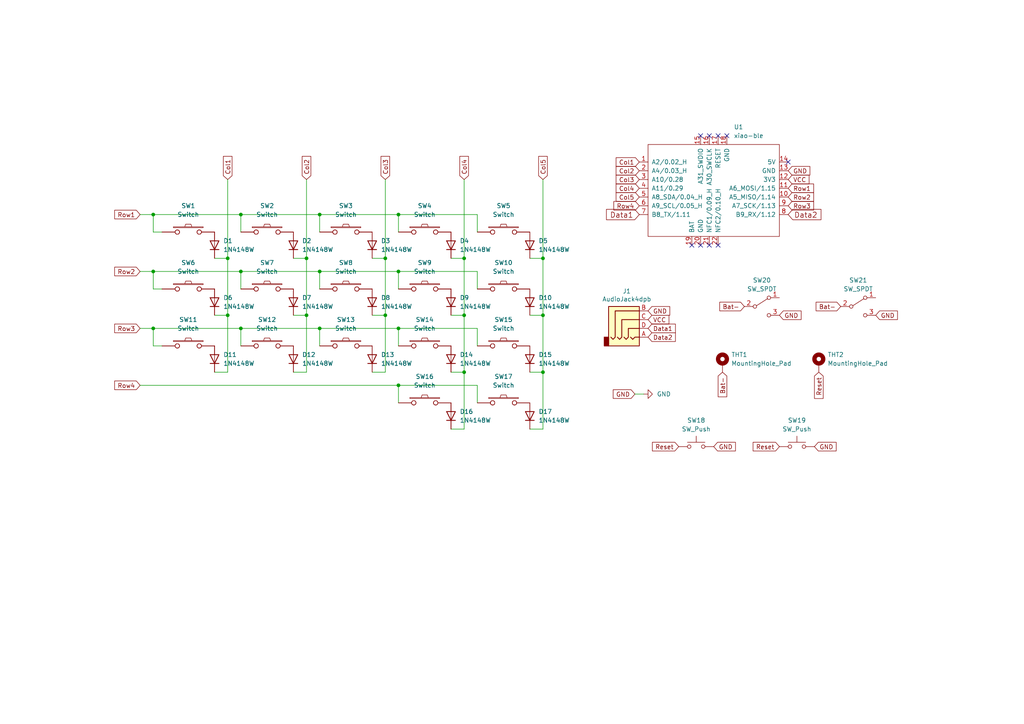
<source format=kicad_sch>
(kicad_sch (version 20211123) (generator eeschema)
  (paper "A4")
  (lib_symbols
    (symbol "Diode:1N4148W" (pin_numbers hide) (pin_names (offset 1.016) hide)
      (property "Reference" "D" (at 0 2.54 0))
      (property "Value" "1N4148W" (at 0 -2.54 0))
      (symbol "1N4148W_0_1"
        (polyline (pts (xy -1.27 1.27) (xy -1.27 -1.27)) (stroke (width 0.254)))
        (polyline (pts (xy 1.27 0) (xy -1.27 0)))
        (polyline (pts (xy 1.27 1.27) (xy 1.27 -1.27) (xy -1.27 0) (xy 1.27 1.27)) (stroke (width 0.254)))
      )
      (symbol "1N4148W_1_1"
        (pin passive line (at -3.81 0 0) (length 2.54) (name "K") (number "1"))
        (pin passive line (at 3.81 0 180) (length 2.54) (name "A") (number "2"))
      )
    )
    (symbol "Mechanical:MountingHole_Pad" (pin_numbers hide) (pin_names (offset 1.016) hide)
      (property "Reference" "H" (at 0 6.35 0))
      (property "Value" "MountingHole_Pad" (at 0 4.445 0))
      (symbol "MountingHole_Pad_0_1"
        (circle (center 0 1.27) (radius 1.27) (stroke (width 1.27)))
      )
      (symbol "MountingHole_Pad_1_1"
        (pin input line (at 0 -2.54 90) (length 2.54) (name "1") (number "1"))
      )
    )
    (symbol "Switch:SW_Push" (pin_numbers hide) (pin_names (offset 1.016) hide)
      (property "Reference" "SW" (at 1.27 2.54 0))
      (property "Value" "SW_Push" (at 0 -1.524 0))
      (symbol "SW_Push_0_1"
        (circle (center -2.032 0) (radius 0.508))
        (polyline (pts (xy 0 1.27) (xy 0 3.048)))
        (polyline (pts (xy 2.54 1.27) (xy -2.54 1.27)))
        (circle (center 2.032 0) (radius 0.508))
        (pin passive line (at -5.08 0 0) (length 2.54) (name "1") (number "1"))
        (pin passive line (at 5.08 0 180) (length 2.54) (name "2") (number "2"))
      )
    )
    (symbol "Switch:SW_SPDT" (pin_names (offset 0) hide)
      (property "Reference" "SW" (at 0 4.318 0))
      (property "Value" "SW_SPDT" (at 0 -5.08 0))
      (symbol "SW_SPDT_0_0"
        (circle (center -2.032 0) (radius 0.508))
        (circle (center 2.032 -2.54) (radius 0.508))
      )
      (symbol "SW_SPDT_0_1"
        (polyline (pts (xy -1.524 0.254) (xy 1.651 2.286)))
        (circle (center 2.032 2.54) (radius 0.508))
      )
      (symbol "SW_SPDT_1_1"
        (pin passive line (at 5.08 2.54 180) (length 2.54) (name "A") (number "1"))
        (pin passive line (at -5.08 0 0) (length 2.54) (name "B") (number "2"))
        (pin passive line (at 5.08 -2.54 180) (length 2.54) (name "C") (number "3"))
      )
    )
    (symbol "power:GND" (power) (pin_names (offset 0))
      (property "Value" "GND" (at 0 -3.81 0))
      (symbol "GND_0_1"
        (polyline (pts (xy 0 0) (xy 0 -1.27) (xy 1.27 -1.27) (xy 0 -2.54) (xy -1.27 -1.27) (xy 0 -1.27)))
      )
      (symbol "GND_1_1"
        (pin power_in line (at 0 0 270) (length 0) hide (name "GND") (number "1"))
      )
    )
    (symbol "smores:Switch" (pin_numbers hide) (pin_names (offset 1.016) hide)
      (property "Reference" "SW" (at 3.81 2.794 0))
      (property "Value" "Switch" (at 0 -2.032 0))
      (symbol "Switch_0_1"
        (rectangle (start -4.318 1.27) (end 4.318 1.524))
        (polyline (pts (xy -1.016 1.524) (xy -0.762 2.286) (xy 0.762 2.286) (xy 1.016 1.524)))
        (pin passive inverted (at -7.62 0 0) (length 5.08) (name "1") (number "1"))
        (pin passive inverted (at 7.62 0 180) (length 5.08) (name "2") (number "2"))
      )
    )
    (symbol "tokas_bp:AudioJack4dpb"
      (property "Reference" "J" (at 0 8.89 0))
      (property "Value" "tokas_bp_AudioJack4dpb" (at 0 6.35 0))
      (symbol "AudioJack4dpb_0_1"
        (rectangle (start -6.35 -5.08) (end -7.62 -7.62) (stroke (width 0.254)) (fill (type outline)))
        (polyline (pts (xy 0 -5.08) (xy 0.635 -5.715) (xy 1.27 -5.08) (xy 2.54 -5.08)) (stroke (width 0.254)))
        (polyline (pts (xy -5.715 -5.08) (xy -5.08 -5.715) (xy -4.445 -5.08) (xy -4.445 2.54) (xy 2.54 2.54)) (stroke (width 0.254)))
        (polyline (pts (xy -1.905 -5.08) (xy -1.27 -5.715) (xy -0.635 -5.08) (xy -0.635 -2.54) (xy 2.54 -2.54)) (stroke (width 0.254)))
        (polyline (pts (xy 2.54 0) (xy -2.54 0) (xy -2.54 -5.08) (xy -3.175 -5.715) (xy -3.81 -5.08)) (stroke (width 0.254)))
        (rectangle (start 2.54 3.81) (end -6.35 -7.62) (stroke (width 0.254)) (fill (type background)))
      )
      (symbol "AudioJack4dpb_1_1"
        (pin passive line (at 5.08 -5.08 180) (length 2.54) (name "~") (number "A"))
        (pin passive line (at 5.08 2.54 180) (length 2.54) (name "~") (number "B"))
        (pin passive line (at 5.08 0 180) (length 2.54) (name "~") (number "C"))
        (pin passive line (at 5.08 -2.54 180) (length 2.54) (name "~") (number "D"))
      )
    )
    (symbol "xiao:xiao-ble" (pin_names (offset 1.016))
      (property "Reference" "U" (at -17.78 16.51 0))
      (property "Value" "xiao-ble" (at -15.24 13.97 0))
      (symbol "xiao-ble_0_1"
        (rectangle (start -19.05 12.7) (end 19.05 -13.97))
      )
      (symbol "xiao-ble_1_1"
        (pin bidirectional line (at -21.59 7.62 0) (length 2.54) (name "A2/0.02_H") (number "1"))
        (pin bidirectional line (at 21.59 -2.54 180) (length 2.54) (name "A5_MISO/1.14") (number "10"))
        (pin bidirectional line (at 21.59 0 180) (length 2.54) (name "A6_MOSI/1.15") (number "11"))
        (pin power_out line (at 21.59 2.54 180) (length 2.54) (name "3V3") (number "12"))
        (pin power_out line (at 21.59 5.08 180) (length 2.54) (name "GND") (number "13"))
        (pin power_out line (at 21.59 7.62 180) (length 2.54) (name "5V") (number "14"))
        (pin input line (at -3.81 15.24 270) (length 2.54) (name "A31_SWDIO") (number "15"))
        (pin input line (at -1.27 15.24 270) (length 2.54) (name "A30_SWCLK") (number "16"))
        (pin input line (at 1.27 15.24 270) (length 2.54) (name "RESET") (number "17"))
        (pin power_out line (at 3.81 15.24 270) (length 2.54) (name "GND") (number "18"))
        (pin bidirectional line (at -6.35 -16.51 90) (length 2.54) (name "BAT") (number "19"))
        (pin bidirectional line (at -21.59 5.08 0) (length 2.54) (name "A4/0.03_H") (number "2"))
        (pin power_out line (at -3.81 -16.51 90) (length 2.54) (name "GND") (number "20"))
        (pin bidirectional line (at -1.27 -16.51 90) (length 2.54) (name "NFC1/0.09_H") (number "21"))
        (pin bidirectional line (at 1.27 -16.51 90) (length 2.54) (name "NFC2/0.10_H") (number "22"))
        (pin bidirectional line (at -21.59 2.54 0) (length 2.54) (name "A10/0.28") (number "3"))
        (pin bidirectional line (at -21.59 0 0) (length 2.54) (name "A11/0.29") (number "4"))
        (pin bidirectional line (at -21.59 -2.54 0) (length 2.54) (name "A8_SDA/0.04_H") (number "5"))
        (pin bidirectional line (at -21.59 -5.08 0) (length 2.54) (name "A9_SCL/0.05_H") (number "6"))
        (pin bidirectional line (at -21.59 -7.62 0) (length 2.54) (name "B8_TX/1.11") (number "7"))
        (pin bidirectional line (at 21.59 -7.62 180) (length 2.54) (name "B9_RX/1.12") (number "8"))
        (pin bidirectional line (at 21.59 -5.08 180) (length 2.54) (name "A7_SCK/1.13") (number "9"))
      )
    )
  )
  (junction (at 92.71 95.25))
  (junction (at 157.48 91.44))
  (junction (at 157.48 107.95))
  (junction (at 92.71 78.74))
  (junction (at 44.45 95.25))
  (junction (at 44.45 78.74))
  (junction (at 88.9 91.44))
  (junction (at 69.85 78.74))
  (junction (at 88.9 74.93))
  (junction (at 69.85 62.23))
  (junction (at 134.62 74.93))
  (junction (at 115.57 78.74))
  (junction (at 111.76 91.44))
  (junction (at 66.04 74.93))
  (junction (at 115.57 62.23))
  (junction (at 69.85 95.25))
  (junction (at 134.62 107.95))
  (junction (at 44.45 62.23))
  (junction (at 115.57 95.25))
  (junction (at 115.57 111.76))
  (junction (at 134.62 91.44))
  (junction (at 111.76 74.93))
  (junction (at 157.48 74.93))
  (junction (at 92.71 62.23))
  (junction (at 66.04 91.44))
  (no_connect (at 205.74 71.12))
  (no_connect (at 208.28 71.12))
  (no_connect (at 205.74 39.37))
  (no_connect (at 203.2 39.37))
  (no_connect (at 208.28 39.37))
  (no_connect (at 210.82 39.37))
  (no_connect (at 200.66 71.12))
  (no_connect (at 203.2 71.12))
  (no_connect (at 228.6 46.99))
  (wire (pts (xy 44.45 62.23) (xy 44.45 67.31)))
  (wire (pts (xy 62.23 107.95) (xy 66.04 107.95)))
  (wire (pts (xy 115.57 95.25) (xy 115.57 100.33)))
  (wire (pts (xy 138.43 62.23) (xy 138.43 67.31)))
  (wire (pts (xy 115.57 78.74) (xy 138.43 78.74)))
  (wire (pts (xy 66.04 52.07) (xy 66.04 74.93)))
  (wire (pts (xy 44.45 62.23) (xy 69.85 62.23)))
  (wire (pts (xy 40.64 111.76) (xy 115.57 111.76)))
  (wire (pts (xy 115.57 111.76) (xy 115.57 116.84)))
  (wire (pts (xy 138.43 111.76) (xy 138.43 116.84)))
  (wire (pts (xy 107.95 74.93) (xy 111.76 74.93)))
  (wire (pts (xy 46.99 100.33) (xy 44.45 100.33)))
  (wire (pts (xy 134.62 52.07) (xy 134.62 74.93)))
  (wire (pts (xy 69.85 78.74) (xy 69.85 83.82)))
  (wire (pts (xy 44.45 67.31) (xy 46.99 67.31)))
  (wire (pts (xy 62.23 74.93) (xy 66.04 74.93)))
  (wire (pts (xy 69.85 95.25) (xy 69.85 100.33)))
  (wire (pts (xy 153.67 107.95) (xy 157.48 107.95)))
  (wire (pts (xy 138.43 95.25) (xy 138.43 100.33)))
  (wire (pts (xy 69.85 62.23) (xy 92.71 62.23)))
  (wire (pts (xy 157.48 52.07) (xy 157.48 74.93)))
  (wire (pts (xy 92.71 78.74) (xy 115.57 78.74)))
  (wire (pts (xy 157.48 124.46) (xy 153.67 124.46)))
  (wire (pts (xy 44.45 95.25) (xy 69.85 95.25)))
  (wire (pts (xy 157.48 91.44) (xy 157.48 107.95)))
  (wire (pts (xy 40.64 95.25) (xy 44.45 95.25)))
  (wire (pts (xy 134.62 91.44) (xy 134.62 107.95)))
  (wire (pts (xy 115.57 78.74) (xy 115.57 83.82)))
  (wire (pts (xy 44.45 100.33) (xy 44.45 95.25)))
  (wire (pts (xy 44.45 78.74) (xy 69.85 78.74)))
  (wire (pts (xy 69.85 78.74) (xy 92.71 78.74)))
  (wire (pts (xy 88.9 91.44) (xy 88.9 107.95)))
  (wire (pts (xy 115.57 62.23) (xy 138.43 62.23)))
  (wire (pts (xy 66.04 91.44) (xy 66.04 107.95)))
  (wire (pts (xy 88.9 52.07) (xy 88.9 74.93)))
  (wire (pts (xy 157.48 107.95) (xy 157.48 124.46)))
  (wire (pts (xy 130.81 91.44) (xy 134.62 91.44)))
  (wire (pts (xy 40.64 62.23) (xy 44.45 62.23)))
  (wire (pts (xy 44.45 83.82) (xy 46.99 83.82)))
  (wire (pts (xy 111.76 52.07) (xy 111.76 74.93)))
  (wire (pts (xy 92.71 95.25) (xy 115.57 95.25)))
  (wire (pts (xy 107.95 91.44) (xy 111.76 91.44)))
  (wire (pts (xy 92.71 62.23) (xy 92.71 67.31)))
  (wire (pts (xy 85.09 107.95) (xy 88.9 107.95)))
  (wire (pts (xy 66.04 74.93) (xy 66.04 91.44)))
  (wire (pts (xy 157.48 74.93) (xy 157.48 91.44)))
  (wire (pts (xy 153.67 91.44) (xy 157.48 91.44)))
  (wire (pts (xy 44.45 78.74) (xy 44.45 83.82)))
  (wire (pts (xy 111.76 74.93) (xy 111.76 91.44)))
  (wire (pts (xy 134.62 107.95) (xy 134.62 124.46)))
  (wire (pts (xy 92.71 95.25) (xy 92.71 100.33)))
  (wire (pts (xy 130.81 74.93) (xy 134.62 74.93)))
  (wire (pts (xy 88.9 74.93) (xy 88.9 91.44)))
  (wire (pts (xy 115.57 95.25) (xy 138.43 95.25)))
  (wire (pts (xy 107.95 107.95) (xy 111.76 107.95)))
  (wire (pts (xy 69.85 62.23) (xy 69.85 67.31)))
  (wire (pts (xy 184.15 114.3) (xy 186.69 114.3)))
  (wire (pts (xy 92.71 78.74) (xy 92.71 83.82)))
  (wire (pts (xy 134.62 124.46) (xy 130.81 124.46)))
  (wire (pts (xy 153.67 74.93) (xy 157.48 74.93)))
  (wire (pts (xy 134.62 74.93) (xy 134.62 91.44)))
  (wire (pts (xy 85.09 74.93) (xy 88.9 74.93)))
  (wire (pts (xy 62.23 91.44) (xy 66.04 91.44)))
  (wire (pts (xy 92.71 62.23) (xy 115.57 62.23)))
  (wire (pts (xy 69.85 95.25) (xy 92.71 95.25)))
  (wire (pts (xy 138.43 78.74) (xy 138.43 83.82)))
  (wire (pts (xy 130.81 107.95) (xy 134.62 107.95)))
  (wire (pts (xy 115.57 62.23) (xy 115.57 67.31)))
  (wire (pts (xy 40.64 78.74) (xy 44.45 78.74)))
  (wire (pts (xy 85.09 91.44) (xy 88.9 91.44)))
  (wire (pts (xy 115.57 111.76) (xy 138.43 111.76)))
  (wire (pts (xy 111.76 91.44) (xy 111.76 107.95)))
  (global_label "Col1" (shape input) (at 185.42 46.99 180) (property "Intersheet References" "${INTERSHEET_REFS}" (effects hide)))
  (global_label "Data2" (shape input) (at 228.6 62.23 0) (effects (font (size 1.524 1.524))) (property "Intersheet References" "${INTERSHEET_REFS}" (effects hide)))
  (global_label "GND" (shape input) (at 207.01 129.54 0) (property "Intersheet References" "${INTERSHEET_REFS}" (effects hide)))
  (global_label "GND" (shape input) (at 254 91.44 0) (property "Intersheet References" "${INTERSHEET_REFS}" (effects hide)))
  (global_label "VCC" (shape input) (at 228.6 52.07 0) (property "Intersheet References" "${INTERSHEET_REFS}" (effects hide)))
  (global_label "Col3" (shape input) (at 111.76 52.07 90) (property "Intersheet References" "${INTERSHEET_REFS}" (effects hide)))
  (global_label "Col5" (shape input) (at 157.48 52.07 90) (property "Intersheet References" "${INTERSHEET_REFS}" (effects hide)))
  (global_label "Row1" (shape input) (at 228.6 54.61 0) (property "Intersheet References" "${INTERSHEET_REFS}" (effects hide)))
  (global_label "Row2" (shape input) (at 40.64 78.74 180) (property "Intersheet References" "${INTERSHEET_REFS}" (effects hide)))
  (global_label "Bat-" (shape input) (at 209.55 107.95 270) (property "Intersheet References" "${INTERSHEET_REFS}" (effects hide)))
  (global_label "GND" (shape input) (at 226.06 91.44 0) (property "Intersheet References" "${INTERSHEET_REFS}" (effects hide)))
  (global_label "Row3" (shape input) (at 228.6 59.69 0) (property "Intersheet References" "${INTERSHEET_REFS}" (effects hide)))
  (global_label "Row1" (shape input) (at 40.64 62.23 180) (property "Intersheet References" "${INTERSHEET_REFS}" (effects hide)))
  (global_label "Data1" (shape input) (at 187.96 95.25 0) (property "Intersheet References" "${INTERSHEET_REFS}" (effects hide)))
  (global_label "Col5" (shape input) (at 185.42 57.15 180) (property "Intersheet References" "${INTERSHEET_REFS}" (effects hide)))
  (global_label "Col2" (shape input) (at 185.42 49.53 180) (property "Intersheet References" "${INTERSHEET_REFS}" (effects hide)))
  (global_label "Col4" (shape input) (at 134.62 52.07 90) (property "Intersheet References" "${INTERSHEET_REFS}" (effects hide)))
  (global_label "Col4" (shape input) (at 185.42 54.61 180) (property "Intersheet References" "${INTERSHEET_REFS}" (effects hide)))
  (global_label "Col1" (shape input) (at 66.04 52.07 90) (property "Intersheet References" "${INTERSHEET_REFS}" (effects hide)))
  (global_label "Data2" (shape input) (at 187.96 97.79 0) (property "Intersheet References" "${INTERSHEET_REFS}" (effects hide)))
  (global_label "GND" (shape input) (at 187.96 90.17 0) (property "Intersheet References" "${INTERSHEET_REFS}" (effects hide)))
  (global_label "Row2" (shape input) (at 228.6 57.15 0) (property "Intersheet References" "${INTERSHEET_REFS}" (effects hide)))
  (global_label "Bat-" (shape input) (at 243.84 88.9 180) (property "Intersheet References" "${INTERSHEET_REFS}" (effects hide)))
  (global_label "Row3" (shape input) (at 40.64 95.25 180) (property "Intersheet References" "${INTERSHEET_REFS}" (effects hide)))
  (global_label "Reset" (shape input) (at 196.85 129.54 180) (property "Intersheet References" "${INTERSHEET_REFS}" (effects hide)))
  (global_label "Reset" (shape input) (at 237.49 107.95 270) (property "Intersheet References" "${INTERSHEET_REFS}" (effects hide)))
  (global_label "Reset" (shape input) (at 226.06 129.54 180) (property "Intersheet References" "${INTERSHEET_REFS}" (effects hide)))
  (global_label "Row4" (shape input) (at 40.64 111.76 180) (property "Intersheet References" "${INTERSHEET_REFS}" (effects hide)))
  (global_label "GND" (shape input) (at 228.6 49.53 0) (property "Intersheet References" "${INTERSHEET_REFS}" (effects hide)))
  (global_label "Row4" (shape input) (at 185.42 59.69 180) (property "Intersheet References" "${INTERSHEET_REFS}" (effects hide)))
  (global_label "Col2" (shape input) (at 88.9 52.07 90) (property "Intersheet References" "${INTERSHEET_REFS}" (effects hide)))
  (global_label "Col3" (shape input) (at 185.42 52.07 180) (property "Intersheet References" "${INTERSHEET_REFS}" (effects hide)))
  (global_label "Data1" (shape input) (at 185.42 62.23 180) (effects (font (size 1.524 1.524))) (property "Intersheet References" "${INTERSHEET_REFS}" (effects hide)))
  (global_label "GND" (shape input) (at 236.22 129.54 0) (property "Intersheet References" "${INTERSHEET_REFS}" (effects hide)))
  (global_label "GND" (shape input) (at 184.15 114.3 180) (property "Intersheet References" "${INTERSHEET_REFS}" (effects hide)))
  (global_label "VCC" (shape input) (at 187.96 92.71 0) (property "Intersheet References" "${INTERSHEET_REFS}" (effects hide)))
  (global_label "Bat-" (shape input) (at 215.9 88.9 180) (property "Intersheet References" "${INTERSHEET_REFS}" (effects hide)))
  (symbol (lib_id "Diode:1N4148W") (at 107.95 104.14 90) (unit 1)
    (property "Reference" "D13" (at 110.49 102.8699 90) (effects (justify right)))
    (property "Value" "1N4148W" (at 110.49 105.4099 90) (effects (justify right)))
    (property "Footprint" "footprints:smd-diode" (effects hide))
    (property "Datasheet" "https://www.vishay.com/docs/85748/1n4148w.pdf" (effects hide))
  )
  (symbol (lib_id "tokas_bp:AudioJack4dpb") (at 182.88 92.71 0) (unit 1)
    (property "Reference" "J1" (at 181.7878 84.455 0))
    (property "Value" "AudioJack4dpb" (at 181.7878 86.7664 0))
    (property "Footprint" "footprints:trrs" (effects hide))
  )
  (symbol (lib_id "smores:Switch") (at 100.33 100.33 0) (unit 1)
    (property "Reference" "SW13" (at 100.33 92.71 0))
    (property "Value" "Switch" (at 100.33 95.25 0))
    (property "Footprint" "footprints:choc-switch-socket-only" (effects hide))
  )
  (symbol (lib_id "Switch:SW_SPDT") (at 220.98 88.9 0) (unit 1)
    (property "Reference" "SW20" (at 220.98 81.28 0))
    (property "Value" "SW_SPDT" (at 220.98 83.82 0))
    (property "Footprint" "footprints:power-switch" (effects hide))
  )
  (symbol (lib_id "smores:Switch") (at 146.05 83.82 0) (unit 1)
    (property "Reference" "SW10" (at 146.05 76.2 0))
    (property "Value" "Switch" (at 146.05 78.74 0))
    (property "Footprint" "footprints:choc-switch-socket-only" (effects hide))
  )
  (symbol (lib_id "smores:Switch") (at 77.47 67.31 0) (unit 1)
    (property "Reference" "SW2" (at 77.47 59.69 0))
    (property "Value" "Switch" (at 77.47 62.23 0))
    (property "Footprint" "footprints:choc-switch-socket-only" (effects hide))
  )
  (symbol (lib_id "smores:Switch") (at 100.33 67.31 0) (unit 1)
    (property "Reference" "SW3" (at 100.33 59.69 0))
    (property "Value" "Switch" (at 100.33 62.23 0))
    (property "Footprint" "footprints:choc-switch-socket-only" (effects hide))
  )
  (symbol (lib_id "Diode:1N4148W") (at 153.67 87.63 90) (unit 1)
    (property "Reference" "D10" (at 156.21 86.3599 90) (effects (justify right)))
    (property "Value" "1N4148W" (at 156.21 88.8999 90) (effects (justify right)))
    (property "Footprint" "footprints:smd-diode" (effects hide))
    (property "Datasheet" "https://www.vishay.com/docs/85748/1n4148w.pdf" (effects hide))
  )
  (symbol (lib_id "smores:Switch") (at 123.19 116.84 0) (unit 1)
    (property "Reference" "SW16" (at 123.19 109.22 0))
    (property "Value" "Switch" (at 123.19 111.76 0))
    (property "Footprint" "footprints:choc-switch-socket-only" (effects hide))
  )
  (symbol (lib_id "Diode:1N4148W") (at 62.23 71.12 90) (unit 1)
    (property "Reference" "D1" (at 64.77 69.8499 90) (effects (justify right)))
    (property "Value" "1N4148W" (at 64.77 72.3899 90) (effects (justify right)))
    (property "Footprint" "footprints:smd-diode" (effects hide))
    (property "Datasheet" "https://www.vishay.com/docs/85748/1n4148w.pdf" (effects hide))
  )
  (symbol (lib_id "smores:Switch") (at 54.61 100.33 0) (unit 1)
    (property "Reference" "SW11" (at 54.61 92.71 0))
    (property "Value" "Switch" (at 54.61 95.25 0))
    (property "Footprint" "footprints:choc-switch-socket-only" (effects hide))
  )
  (symbol (lib_id "smores:Switch") (at 54.61 83.82 0) (unit 1)
    (property "Reference" "SW6" (at 54.61 76.2 0))
    (property "Value" "Switch" (at 54.61 78.74 0))
    (property "Footprint" "footprints:choc-switch-socket-only" (effects hide))
  )
  (symbol (lib_id "Diode:1N4148W") (at 62.23 104.14 90) (unit 1)
    (property "Reference" "D11" (at 64.77 102.8699 90) (effects (justify right)))
    (property "Value" "1N4148W" (at 64.77 105.4099 90) (effects (justify right)))
    (property "Footprint" "footprints:smd-diode" (effects hide))
    (property "Datasheet" "https://www.vishay.com/docs/85748/1n4148w.pdf" (effects hide))
  )
  (symbol (lib_id "smores:Switch") (at 146.05 100.33 0) (unit 1)
    (property "Reference" "SW15" (at 146.05 92.71 0))
    (property "Value" "Switch" (at 146.05 95.25 0))
    (property "Footprint" "footprints:choc-switch-socket-only" (effects hide))
  )
  (symbol (lib_id "Diode:1N4148W") (at 107.95 71.12 90) (unit 1)
    (property "Reference" "D3" (at 110.49 69.8499 90) (effects (justify right)))
    (property "Value" "1N4148W" (at 110.49 72.3899 90) (effects (justify right)))
    (property "Footprint" "footprints:smd-diode" (effects hide))
    (property "Datasheet" "https://www.vishay.com/docs/85748/1n4148w.pdf" (effects hide))
  )
  (symbol (lib_id "Diode:1N4148W") (at 85.09 71.12 90) (unit 1)
    (property "Reference" "D2" (at 87.63 69.8499 90) (effects (justify right)))
    (property "Value" "1N4148W" (at 87.63 72.3899 90) (effects (justify right)))
    (property "Footprint" "footprints:smd-diode" (effects hide))
    (property "Datasheet" "https://www.vishay.com/docs/85748/1n4148w.pdf" (effects hide))
  )
  (symbol (lib_id "Diode:1N4148W") (at 85.09 87.63 90) (unit 1)
    (property "Reference" "D7" (at 87.63 86.3599 90) (effects (justify right)))
    (property "Value" "1N4148W" (at 87.63 88.8999 90) (effects (justify right)))
    (property "Footprint" "footprints:smd-diode" (effects hide))
    (property "Datasheet" "https://www.vishay.com/docs/85748/1n4148w.pdf" (effects hide))
  )
  (symbol (lib_id "Mechanical:MountingHole_Pad") (at 237.49 105.41 0) (unit 1)
    (property "Reference" "THT2" (at 240.03 102.8699 0) (effects (justify left)))
    (property "Value" "MountingHole_Pad" (at 240.03 105.4099 0) (effects (justify left)))
    (property "Footprint" "footprints:single-pin" (effects hide))
  )
  (symbol (lib_id "smores:Switch") (at 100.33 83.82 0) (unit 1)
    (property "Reference" "SW8" (at 100.33 76.2 0))
    (property "Value" "Switch" (at 100.33 78.74 0))
    (property "Footprint" "footprints:choc-switch-socket-only" (effects hide))
  )
  (symbol (lib_id "smores:Switch") (at 54.61 67.31 0) (unit 1)
    (property "Reference" "SW1" (at 54.61 59.69 0))
    (property "Value" "Switch" (at 54.61 62.23 0))
    (property "Footprint" "footprints:choc-switch-socket-only" (effects hide))
  )
  (symbol (lib_id "Switch:SW_SPDT") (at 248.92 88.9 0) (unit 1)
    (property "Reference" "SW21" (at 248.92 81.28 0))
    (property "Value" "SW_SPDT" (at 248.92 83.82 0))
    (property "Footprint" "footprints:power-switch" (effects hide))
  )
  (symbol (lib_id "Diode:1N4148W") (at 130.81 71.12 90) (unit 1)
    (property "Reference" "D4" (at 133.35 69.8499 90) (effects (justify right)))
    (property "Value" "1N4148W" (at 133.35 72.3899 90) (effects (justify right)))
    (property "Footprint" "footprints:smd-diode" (effects hide))
    (property "Datasheet" "https://www.vishay.com/docs/85748/1n4148w.pdf" (effects hide))
  )
  (symbol (lib_id "Diode:1N4148W") (at 153.67 71.12 90) (unit 1)
    (property "Reference" "D5" (at 156.21 69.8499 90) (effects (justify right)))
    (property "Value" "1N4148W" (at 156.21 72.3899 90) (effects (justify right)))
    (property "Footprint" "footprints:smd-diode" (effects hide))
    (property "Datasheet" "https://www.vishay.com/docs/85748/1n4148w.pdf" (effects hide))
  )
  (symbol (lib_id "Diode:1N4148W") (at 153.67 104.14 90) (unit 1)
    (property "Reference" "D15" (at 156.21 102.8699 90) (effects (justify right)))
    (property "Value" "1N4148W" (at 156.21 105.4099 90) (effects (justify right)))
    (property "Footprint" "footprints:smd-diode" (effects hide))
    (property "Datasheet" "https://www.vishay.com/docs/85748/1n4148w.pdf" (effects hide))
  )
  (symbol (lib_id "Diode:1N4148W") (at 130.81 87.63 90) (unit 1)
    (property "Reference" "D9" (at 133.35 86.3599 90) (effects (justify right)))
    (property "Value" "1N4148W" (at 133.35 88.8999 90) (effects (justify right)))
    (property "Footprint" "footprints:smd-diode" (effects hide))
    (property "Datasheet" "https://www.vishay.com/docs/85748/1n4148w.pdf" (effects hide))
  )
  (symbol (lib_id "smores:Switch") (at 77.47 100.33 0) (unit 1)
    (property "Reference" "SW12" (at 77.47 92.71 0))
    (property "Value" "Switch" (at 77.47 95.25 0))
    (property "Footprint" "footprints:choc-switch-socket-only" (effects hide))
  )
  (symbol (lib_id "Diode:1N4148W") (at 130.81 120.65 90) (unit 1)
    (property "Reference" "D16" (at 133.35 119.3799 90) (effects (justify right)))
    (property "Value" "1N4148W" (at 133.35 121.9199 90) (effects (justify right)))
    (property "Footprint" "footprints:smd-diode" (effects hide))
    (property "Datasheet" "https://www.vishay.com/docs/85748/1n4148w.pdf" (effects hide))
  )
  (symbol (lib_id "Diode:1N4148W") (at 62.23 87.63 90) (unit 1)
    (property "Reference" "D6" (at 64.77 86.3599 90) (effects (justify right)))
    (property "Value" "1N4148W" (at 64.77 88.8999 90) (effects (justify right)))
    (property "Footprint" "footprints:smd-diode" (effects hide))
    (property "Datasheet" "https://www.vishay.com/docs/85748/1n4148w.pdf" (effects hide))
  )
  (symbol (lib_id "smores:Switch") (at 146.05 116.84 0) (unit 1)
    (property "Reference" "SW17" (at 146.05 109.22 0))
    (property "Value" "Switch" (at 146.05 111.76 0))
    (property "Footprint" "footprints:choc-switch-socket-only" (effects hide))
  )
  (symbol (lib_id "Diode:1N4148W") (at 130.81 104.14 90) (unit 1)
    (property "Reference" "D14" (at 133.35 102.8699 90) (effects (justify right)))
    (property "Value" "1N4148W" (at 133.35 105.4099 90) (effects (justify right)))
    (property "Footprint" "footprints:smd-diode" (effects hide))
    (property "Datasheet" "https://www.vishay.com/docs/85748/1n4148w.pdf" (effects hide))
  )
  (symbol (lib_id "Diode:1N4148W") (at 85.09 104.14 90) (unit 1)
    (property "Reference" "D12" (at 87.63 102.8699 90) (effects (justify right)))
    (property "Value" "1N4148W" (at 87.63 105.4099 90) (effects (justify right)))
    (property "Footprint" "footprints:smd-diode" (effects hide))
    (property "Datasheet" "https://www.vishay.com/docs/85748/1n4148w.pdf" (effects hide))
  )
  (symbol (lib_id "Diode:1N4148W") (at 107.95 87.63 90) (unit 1)
    (property "Reference" "D8" (at 110.49 86.3599 90) (effects (justify right)))
    (property "Value" "1N4148W" (at 110.49 88.8999 90) (effects (justify right)))
    (property "Footprint" "footprints:smd-diode" (effects hide))
    (property "Datasheet" "https://www.vishay.com/docs/85748/1n4148w.pdf" (effects hide))
  )
  (symbol (lib_id "Switch:SW_Push") (at 231.14 129.54 0) (unit 1)
    (property "Reference" "SW19" (at 231.14 121.92 0))
    (property "Value" "SW_Push" (at 231.14 124.46 0))
    (property "Footprint" "footprints:reset-switch-angled-4pin" (effects hide))
  )
  (symbol (lib_id "smores:Switch") (at 123.19 83.82 0) (unit 1)
    (property "Reference" "SW9" (at 123.19 76.2 0))
    (property "Value" "Switch" (at 123.19 78.74 0))
    (property "Footprint" "footprints:choc-switch-socket-only" (effects hide))
  )
  (symbol (lib_id "power:GND") (at 186.69 114.3 90) (unit 1)
    (property "Reference" "#PWR0101" (effects hide))
    (property "Value" "GND" (at 190.5 114.2999 90) (effects (justify right)))
  )
  (symbol (lib_id "smores:Switch") (at 123.19 100.33 0) (unit 1)
    (property "Reference" "SW14" (at 123.19 92.71 0))
    (property "Value" "Switch" (at 123.19 95.25 0))
    (property "Footprint" "footprints:choc-switch-socket-only" (effects hide))
  )
  (symbol (lib_id "smores:Switch") (at 123.19 67.31 0) (unit 1)
    (property "Reference" "SW4" (at 123.19 59.69 0))
    (property "Value" "Switch" (at 123.19 62.23 0))
    (property "Footprint" "footprints:choc-switch-socket-only" (effects hide))
  )
  (symbol (lib_id "Mechanical:MountingHole_Pad") (at 209.55 105.41 0) (unit 1)
    (property "Reference" "THT1" (at 212.09 102.8699 0) (effects (justify left)))
    (property "Value" "MountingHole_Pad" (at 212.09 105.4099 0) (effects (justify left)))
    (property "Footprint" "footprints:single-pin" (effects hide))
  )
  (symbol (lib_id "smores:Switch") (at 146.05 67.31 0) (unit 1)
    (property "Reference" "SW5" (at 146.05 59.69 0))
    (property "Value" "Switch" (at 146.05 62.23 0))
    (property "Footprint" "footprints:choc-switch-socket-only" (effects hide))
  )
  (symbol (lib_id "smores:Switch") (at 77.47 83.82 0) (unit 1)
    (property "Reference" "SW7" (at 77.47 76.2 0))
    (property "Value" "Switch" (at 77.47 78.74 0))
    (property "Footprint" "footprints:choc-switch-socket-only" (effects hide))
  )
  (symbol (lib_id "Switch:SW_Push") (at 201.93 129.54 0) (unit 1)
    (property "Reference" "SW18" (at 201.93 121.92 0))
    (property "Value" "SW_Push" (at 201.93 124.46 0))
    (property "Footprint" "footprints:reset-switch-angled-4pin" (effects hide))
  )
  (symbol (lib_id "Diode:1N4148W") (at 153.67 120.65 90) (unit 1)
    (property "Reference" "D17" (at 156.21 119.3799 90) (effects (justify right)))
    (property "Value" "1N4148W" (at 156.21 121.9199 90) (effects (justify right)))
    (property "Footprint" "footprints:smd-diode" (effects hide))
    (property "Datasheet" "https://www.vishay.com/docs/85748/1n4148w.pdf" (effects hide))
  )
  (symbol (lib_id "xiao:xiao-ble") (at 207.01 54.61 0) (unit 1)
    (property "Reference" "U1" (at 212.8394 36.83 0) (effects (justify left)))
    (property "Value" "xiao-ble" (at 212.8394 39.37 0) (effects (justify left)))
    (property "Footprint" "footprints:xiao-ble" (effects hide))
  )
)
</source>
